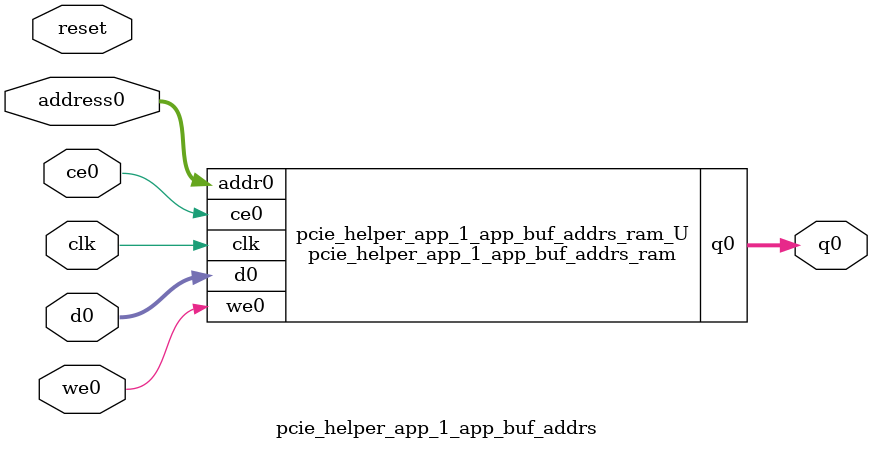
<source format=v>

`timescale 1 ns / 1 ps
module pcie_helper_app_1_app_buf_addrs_ram (addr0, ce0, d0, we0, q0,  clk);

parameter DWIDTH = 64;
parameter AWIDTH = 3;
parameter MEM_SIZE = 8;

input[AWIDTH-1:0] addr0;
input ce0;
input[DWIDTH-1:0] d0;
input we0;
output reg[DWIDTH-1:0] q0;
input clk;

(* ram_style = "distributed" *)reg [DWIDTH-1:0] ram[0:MEM_SIZE-1];




always @(posedge clk)  
begin 
    if (ce0) 
    begin
        if (we0) 
        begin 
            ram[addr0] <= d0; 
            q0 <= d0;
        end 
        else 
            q0 <= ram[addr0];
    end
end


endmodule


`timescale 1 ns / 1 ps
module pcie_helper_app_1_app_buf_addrs(
    reset,
    clk,
    address0,
    ce0,
    we0,
    d0,
    q0);

parameter DataWidth = 32'd64;
parameter AddressRange = 32'd8;
parameter AddressWidth = 32'd3;
input reset;
input clk;
input[AddressWidth - 1:0] address0;
input ce0;
input we0;
input[DataWidth - 1:0] d0;
output[DataWidth - 1:0] q0;



pcie_helper_app_1_app_buf_addrs_ram pcie_helper_app_1_app_buf_addrs_ram_U(
    .clk( clk ),
    .addr0( address0 ),
    .ce0( ce0 ),
    .d0( d0 ),
    .we0( we0 ),
    .q0( q0 ));

endmodule


</source>
